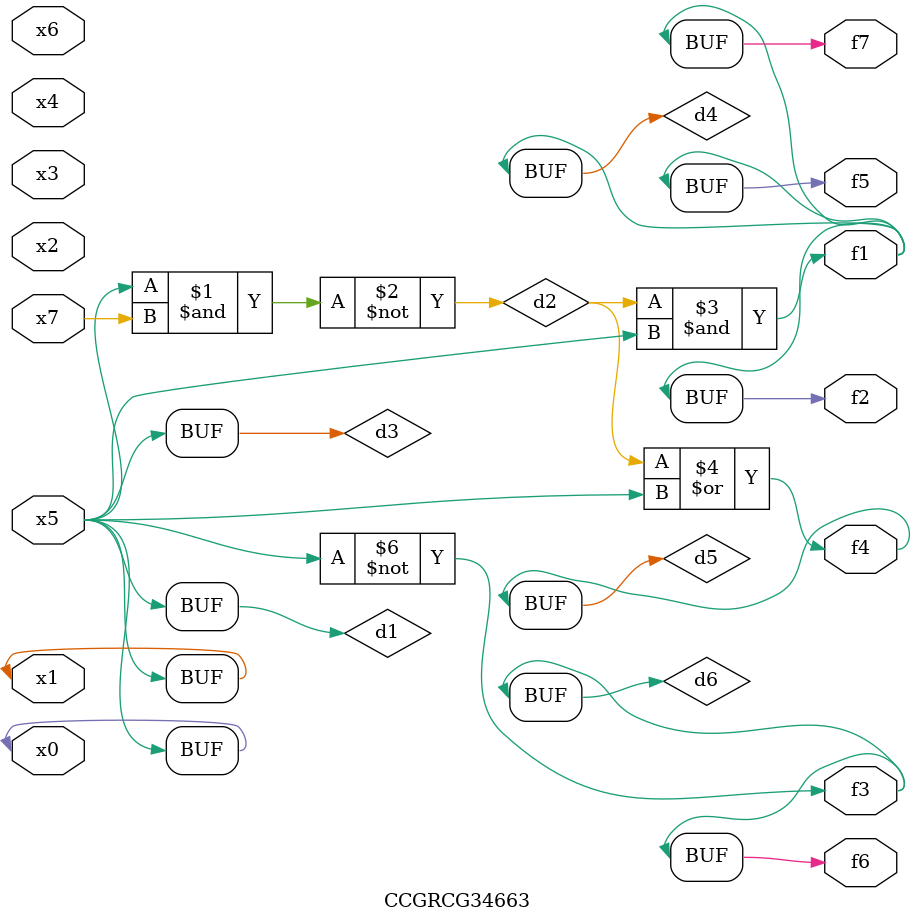
<source format=v>
module CCGRCG34663(
	input x0, x1, x2, x3, x4, x5, x6, x7,
	output f1, f2, f3, f4, f5, f6, f7
);

	wire d1, d2, d3, d4, d5, d6;

	buf (d1, x0, x5);
	nand (d2, x5, x7);
	buf (d3, x0, x1);
	and (d4, d2, d3);
	or (d5, d2, d3);
	nor (d6, d1, d3);
	assign f1 = d4;
	assign f2 = d4;
	assign f3 = d6;
	assign f4 = d5;
	assign f5 = d4;
	assign f6 = d6;
	assign f7 = d4;
endmodule

</source>
